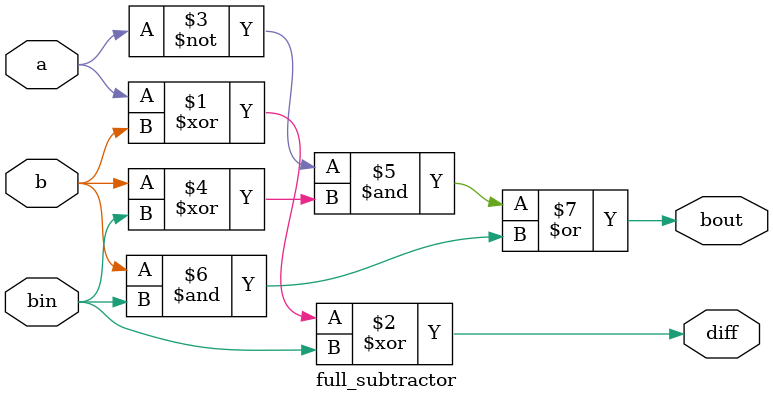
<source format=v>

`timescale 1ns / 1ps

module full_subtractor(
  input a, b, bin,
  output diff, bout
);

  assign diff = a ^ b ^ bin;
  assign bout = (~a & (b^bin)) | (b & bin) ;
endmodule

</source>
